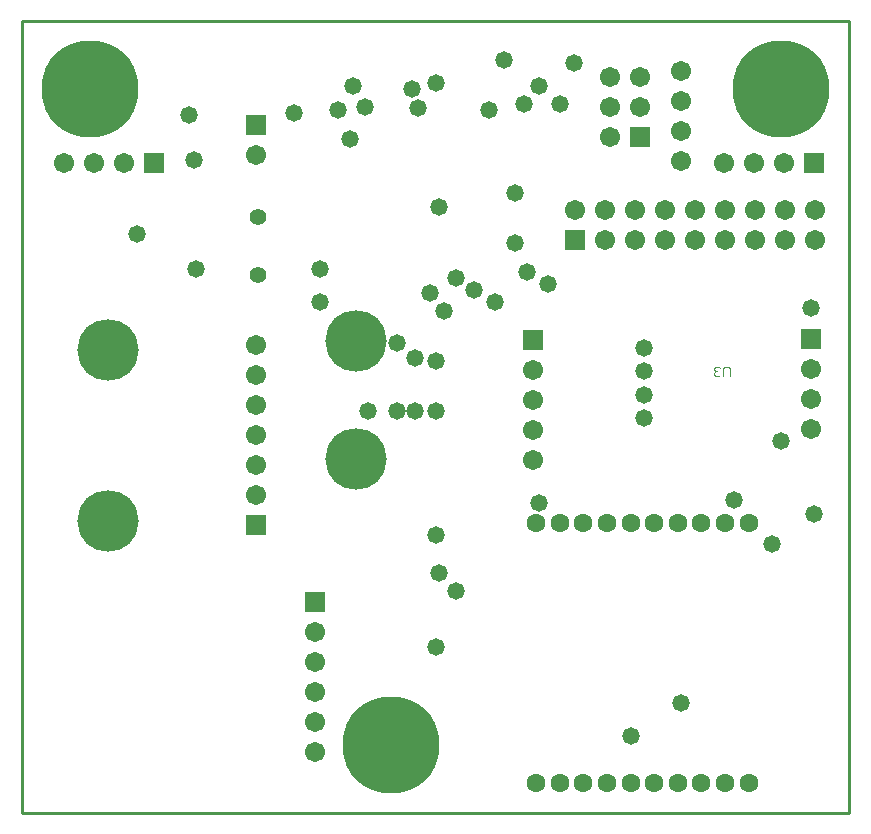
<source format=gbs>
G04*
G04 #@! TF.GenerationSoftware,Altium Limited,Altium Designer,19.1.8 (144)*
G04*
G04 Layer_Color=16711935*
%FSLAX25Y25*%
%MOIN*%
G70*
G01*
G75*
%ADD13C,0.01000*%
%ADD14C,0.00394*%
%ADD43C,0.06706*%
%ADD44R,0.06706X0.06706*%
%ADD45R,0.06706X0.06706*%
%ADD46C,0.06312*%
%ADD47C,0.32296*%
%ADD48C,0.05524*%
%ADD49C,0.20485*%
%ADD50C,0.05800*%
D13*
X-984Y0D02*
X0D01*
X-984Y263779D02*
X-984Y0D01*
X-984Y263779D02*
X274606D01*
Y0D02*
Y263779D01*
X0Y0D02*
X274606D01*
D14*
X234846Y145489D02*
Y148113D01*
X234322Y148638D01*
X233272D01*
X232747Y148113D01*
Y145489D01*
X231698Y146014D02*
X231173Y145489D01*
X230124D01*
X229599Y146014D01*
Y146539D01*
X230124Y147064D01*
X230648D01*
X230124D01*
X229599Y147588D01*
Y148113D01*
X230124Y148638D01*
X231173D01*
X231698Y148113D01*
D43*
X183425Y200787D02*
D03*
X193425Y190787D02*
D03*
Y200787D02*
D03*
X203425Y190787D02*
D03*
Y200787D02*
D03*
X213425Y190787D02*
D03*
Y200787D02*
D03*
X223425Y190787D02*
D03*
Y200787D02*
D03*
X233425Y190787D02*
D03*
Y200787D02*
D03*
X243425Y190787D02*
D03*
Y200787D02*
D03*
X253425Y190787D02*
D03*
Y200787D02*
D03*
X263425Y190787D02*
D03*
Y200787D02*
D03*
X232795Y216535D02*
D03*
X242795D02*
D03*
X252795D02*
D03*
X12835D02*
D03*
X22835D02*
D03*
X32835D02*
D03*
X76772Y219331D02*
D03*
X218504Y217047D02*
D03*
Y227047D02*
D03*
Y237047D02*
D03*
Y247047D02*
D03*
X96457Y60197D02*
D03*
Y50197D02*
D03*
Y40197D02*
D03*
Y30197D02*
D03*
Y20197D02*
D03*
X76772Y155827D02*
D03*
Y145827D02*
D03*
Y135827D02*
D03*
Y125827D02*
D03*
Y105827D02*
D03*
Y115827D02*
D03*
X169291Y147480D02*
D03*
Y137480D02*
D03*
Y127480D02*
D03*
Y117480D02*
D03*
X194882Y245236D02*
D03*
X204882D02*
D03*
X194882Y235236D02*
D03*
X204882D02*
D03*
X194882Y225236D02*
D03*
X261811Y147795D02*
D03*
Y137795D02*
D03*
Y127795D02*
D03*
D44*
X183425Y190787D02*
D03*
X262795Y216535D02*
D03*
X42835D02*
D03*
D45*
X76772Y229331D02*
D03*
X96457Y70197D02*
D03*
X76772Y95827D02*
D03*
X169291Y157480D02*
D03*
X204882Y225236D02*
D03*
X261811Y157795D02*
D03*
D46*
X241142Y9843D02*
D03*
X233268D02*
D03*
X225394D02*
D03*
X217520D02*
D03*
X209646D02*
D03*
X201772D02*
D03*
X193898D02*
D03*
X186024D02*
D03*
X178150D02*
D03*
X170276D02*
D03*
Y96457D02*
D03*
X178150D02*
D03*
X186024D02*
D03*
X193898D02*
D03*
X201772D02*
D03*
X209646D02*
D03*
X217520D02*
D03*
X225394D02*
D03*
X233268D02*
D03*
X241142D02*
D03*
D47*
X122047Y22638D02*
D03*
X251969Y241142D02*
D03*
X21654D02*
D03*
D48*
X77756Y179370D02*
D03*
Y198583D02*
D03*
D49*
X27559Y154213D02*
D03*
Y97126D02*
D03*
X110236Y157323D02*
D03*
Y117953D02*
D03*
D50*
X206193Y139279D02*
D03*
Y147153D02*
D03*
Y155027D02*
D03*
Y131405D02*
D03*
X139764Y167323D02*
D03*
X134980Y173290D02*
D03*
X136811Y150591D02*
D03*
Y133858D02*
D03*
X129921D02*
D03*
X124016D02*
D03*
X98425Y170276D02*
D03*
X262795Y99410D02*
D03*
X171260Y103347D02*
D03*
X114173Y133858D02*
D03*
X124015Y156496D02*
D03*
X218504Y36417D02*
D03*
X249016Y89567D02*
D03*
X54454Y232554D02*
D03*
X137795Y79724D02*
D03*
X159449Y250984D02*
D03*
X183071Y250000D02*
D03*
X163386Y206693D02*
D03*
X136811Y92520D02*
D03*
X201772Y25591D02*
D03*
X143701Y73819D02*
D03*
X57087Y181102D02*
D03*
X56102Y217520D02*
D03*
X37402Y192913D02*
D03*
X136811Y55118D02*
D03*
X163386Y189961D02*
D03*
X130905Y234907D02*
D03*
X113189Y235236D02*
D03*
X143701Y178150D02*
D03*
X178150Y236221D02*
D03*
X137795Y201771D02*
D03*
X251969Y124016D02*
D03*
X129921Y151575D02*
D03*
X174213Y176181D02*
D03*
X167323Y180118D02*
D03*
X149606Y174213D02*
D03*
X156496Y170276D02*
D03*
X171260Y242126D02*
D03*
X166339Y236221D02*
D03*
X236221Y104331D02*
D03*
X261811Y168307D02*
D03*
X154528Y234252D02*
D03*
X136811Y243110D02*
D03*
X128937Y241142D02*
D03*
X98425Y181102D02*
D03*
X89567Y233268D02*
D03*
X104331Y234252D02*
D03*
X109252Y242126D02*
D03*
X108198Y224410D02*
D03*
M02*

</source>
